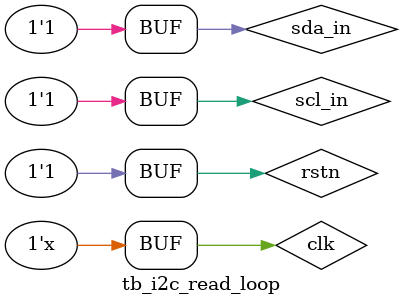
<source format=v>
`include "timescale.vh"
`include "simulation.vh"

module tb_i2c_read_loop;


    parameter sys_freq_hz = 50_000_000              ;
    parameter i2c_freq_hz = 100_000                 ;
    
    //`define IN_AIR_TEMP_TEST
    
    `ifdef IN_AIR_TEMP_TEST
        parameter chn_num     = 2                       ;
        parameter chn_bit_wid = 1                       ;
        parameter head_addr   = 6'b100100               ;
    `else //OUT_AIR_TEMP
        parameter chn_num     = 4                       ;
        parameter chn_bit_wid = 2                       ;
        parameter head_addr   = 5'b10010                ;
    `endif

    
    reg                       clk     ;
    reg                       rstn    ;
    wire [chn_num*8-1:0]      value   ;
    wire [chn_num-1  :0]      valid   ;
    reg                       scl_in  ;
    reg                        sda_in  ;
    wire                      scl_out ;
    wire                       sda_out ;
    
    
    wire scl;
    wire  sda;
    
    assign scl = (scl_out && scl_in) ? 1'bz:1'b0;
    assign  sda = ( sda_out &&  sda_in) ? 1'bz:1'b0;
    
    parameter T     = 1_000_000_000/sys_freq_hz;
    parameter I2C_T = 1_000_000_000/i2c_freq_hz;
    
    always #(T/2) clk = ~clk;
    
    initial begin
        clk=0;
        rstn=0;
        scl_in=1;
         sda_in=1;
        
        #(T*100) rstn = 1;
        
        //read 0
        #107_000  sda_in = 0;
        #I2C_T  sda_in = 1;
        
        #(I2C_T*8)  sda_in = 0;
        #I2C_T  sda_in = 1;
        
        #104_000  sda_in = 0;
        #I2C_T  sda_in = 0;        
        #I2C_T  sda_in = 1;
        #I2C_T  sda_in = 1;        
        #I2C_T  sda_in = 0;
        #I2C_T  sda_in = 0;        
        #I2C_T  sda_in = 1;
        #I2C_T  sda_in = 0;        
        #I2C_T  sda_in = 1;       
        #I2C_T  sda_in = 1;
        
         //read 1
        #130_000  sda_in = 0;
        #I2C_T  sda_in = 1;
        
        #(I2C_T*8)  sda_in = 0;
        #I2C_T  sda_in = 1;
        
        #104_000  sda_in = 0;
        #I2C_T  sda_in = 0;        
        #I2C_T  sda_in = 1;
        #I2C_T  sda_in = 1;        
        #I2C_T  sda_in = 0;
        #I2C_T  sda_in = 0;        
        #I2C_T  sda_in = 0;
        #I2C_T  sda_in = 0;        
        #I2C_T  sda_in = 1;       
        #I2C_T  sda_in = 1;
 
        //read2
        #130_000 sda_in=0;
        #I2C_T sda_in=1;
        
        #(I2C_T*8) sda_in=0;
        #I2C_T sda_in=1;
        
        #104_000 sda_in=0;
        #I2C_T sda_in=0;
        #I2C_T sda_in=1;
        #I2C_T sda_in=1;
        #I2C_T sda_in=1;
        #I2C_T sda_in=0;
        #I2C_T sda_in=1;
        #I2C_T sda_in=0;
        #I2C_T sda_in=1;
        #I2C_T sda_in=1;
        
        //read3
        #130_000 sda_in=0;
        #I2C_T sda_in=1;
        
        #(I2C_T*8) sda_in=0;
        #I2C_T sda_in=1;
        
        #104_000 sda_in=0;
        #I2C_T sda_in=0;
        #I2C_T sda_in=1;
        #I2C_T sda_in=1;
        #I2C_T sda_in=1;
        #I2C_T sda_in=0;
        #I2C_T sda_in=1;
        #I2C_T sda_in=0;
        #I2C_T sda_in=0;
        #I2C_T sda_in=1;
        
        //read4
        #130_000 sda_in=0;
        #I2C_T sda_in=1;
        
        #(I2C_T*8) sda_in=0;
        #I2C_T sda_in=1;
        
        #104_000 sda_in=0;
        #I2C_T sda_in=0;
        #I2C_T sda_in=1;
        #I2C_T sda_in=1;
        #I2C_T sda_in=1;
        #I2C_T sda_in=0;
        #I2C_T sda_in=1;
        #I2C_T sda_in=0;
        #I2C_T sda_in=0;
        #I2C_T sda_in=1;
        
        //read5
        #130_000 sda_in=0;
        #I2C_T sda_in=1;
        
        #(I2C_T*8) sda_in=0;
        #I2C_T sda_in=1;
        
        #104_000 sda_in=0;
        #I2C_T sda_in=0;
        #I2C_T sda_in=1;
        #I2C_T sda_in=1;
        #I2C_T sda_in=1;
        #I2C_T sda_in=0;
        #I2C_T sda_in=1;
        #I2C_T sda_in=0;
        #I2C_T sda_in=0;
        #I2C_T sda_in=1;

 end
    
    i2c_read_loop #(
        .sys_freq_hz(sys_freq_hz),        
        .i2c_freq_hz(i2c_freq_hz),        
        .chn_num    (chn_num    ),         
        .chn_bit_wid(chn_bit_wid),         
        .head_addr  (head_addr  )
    )
    dut (
     .clk     ( clk    ),
     .rstn    ( rstn   ),
     .value   ( value  ),
     .valid   ( valid  ),
     .scl_in  ( scl_in ),
     .sda_in  (  sda_in ),
     .scl_out ( scl_out),
     .sda_out (  sda_out)
    
    );
endmodule

</source>
